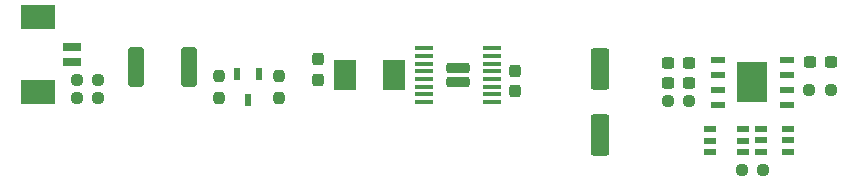
<source format=gbr>
%TF.GenerationSoftware,KiCad,Pcbnew,(6.0.6-0)*%
%TF.CreationDate,2022-09-10T00:16:47-07:00*%
%TF.ProjectId,Battery Extension PCB,42617474-6572-4792-9045-7874656e7369,rev?*%
%TF.SameCoordinates,Original*%
%TF.FileFunction,Paste,Top*%
%TF.FilePolarity,Positive*%
%FSLAX46Y46*%
G04 Gerber Fmt 4.6, Leading zero omitted, Abs format (unit mm)*
G04 Created by KiCad (PCBNEW (6.0.6-0)) date 2022-09-10 00:16:47*
%MOMM*%
%LPD*%
G01*
G04 APERTURE LIST*
G04 Aperture macros list*
%AMRoundRect*
0 Rectangle with rounded corners*
0 $1 Rounding radius*
0 $2 $3 $4 $5 $6 $7 $8 $9 X,Y pos of 4 corners*
0 Add a 4 corners polygon primitive as box body*
4,1,4,$2,$3,$4,$5,$6,$7,$8,$9,$2,$3,0*
0 Add four circle primitives for the rounded corners*
1,1,$1+$1,$2,$3*
1,1,$1+$1,$4,$5*
1,1,$1+$1,$6,$7*
1,1,$1+$1,$8,$9*
0 Add four rect primitives between the rounded corners*
20,1,$1+$1,$2,$3,$4,$5,0*
20,1,$1+$1,$4,$5,$6,$7,0*
20,1,$1+$1,$6,$7,$8,$9,0*
20,1,$1+$1,$8,$9,$2,$3,0*%
G04 Aperture macros list end*
%ADD10R,1.072009X0.532004*%
%ADD11RoundRect,0.237500X-0.300000X-0.237500X0.300000X-0.237500X0.300000X0.237500X-0.300000X0.237500X0*%
%ADD12R,3.000000X2.100000*%
%ADD13R,1.600000X0.800000*%
%ADD14RoundRect,0.237500X-0.250000X-0.237500X0.250000X-0.237500X0.250000X0.237500X-0.250000X0.237500X0*%
%ADD15RoundRect,0.250000X-0.400000X-1.450000X0.400000X-1.450000X0.400000X1.450000X-0.400000X1.450000X0*%
%ADD16R,1.000000X0.550013*%
%ADD17RoundRect,0.237500X0.237500X-0.300000X0.237500X0.300000X-0.237500X0.300000X-0.237500X-0.300000X0*%
%ADD18R,1.900000X2.500000*%
%ADD19RoundRect,0.237500X-0.237500X0.300000X-0.237500X-0.300000X0.237500X-0.300000X0.237500X0.300000X0*%
%ADD20RoundRect,0.237500X0.237500X-0.250000X0.237500X0.250000X-0.237500X0.250000X-0.237500X-0.250000X0*%
%ADD21R,1.200000X0.600000*%
%ADD22R,2.500000X3.499873*%
%ADD23RoundRect,0.237500X0.300000X0.237500X-0.300000X0.237500X-0.300000X-0.237500X0.300000X-0.237500X0*%
%ADD24RoundRect,0.250000X0.550000X-1.500000X0.550000X1.500000X-0.550000X1.500000X-0.550000X-1.500000X0*%
%ADD25RoundRect,0.100000X-0.687500X-0.100000X0.687500X-0.100000X0.687500X0.100000X-0.687500X0.100000X0*%
%ADD26RoundRect,0.232500X-0.757500X-0.232500X0.757500X-0.232500X0.757500X0.232500X-0.757500X0.232500X0*%
%ADD27RoundRect,0.237500X0.250000X0.237500X-0.250000X0.237500X-0.250000X-0.237500X0.250000X-0.237500X0*%
%ADD28RoundRect,0.237500X-0.237500X0.250000X-0.237500X-0.250000X0.237500X-0.250000X0.237500X0.250000X0*%
%ADD29R,0.532004X1.037490*%
G04 APERTURE END LIST*
D10*
%TO.C,U6*%
X133451600Y-75925676D03*
X133451600Y-76875638D03*
X133451600Y-77825600D03*
X135749796Y-77825600D03*
X135749796Y-76875638D03*
X135749796Y-75925676D03*
%TD*%
D11*
%TO.C,C5*%
X125578700Y-70358000D03*
X127303700Y-70358000D03*
%TD*%
D12*
%TO.C,U1*%
X72229676Y-66420994D03*
X72229676Y-72771006D03*
D13*
X75129600Y-68970905D03*
X75129600Y-70221095D03*
%TD*%
D14*
%TO.C,R7*%
X137532442Y-72623807D03*
X139357442Y-72623807D03*
%TD*%
D15*
%TO.C,F1*%
X80528200Y-70662800D03*
X84978200Y-70662800D03*
%TD*%
D14*
%TO.C,R2*%
X75492600Y-71729600D03*
X77317600Y-71729600D03*
%TD*%
D16*
%TO.C,U3*%
X129085847Y-75938123D03*
X129085847Y-76888085D03*
X129085847Y-77838047D03*
X131885949Y-77838047D03*
X131885949Y-76888085D03*
X131885949Y-75938123D03*
%TD*%
D17*
%TO.C,C3*%
X112623600Y-72693700D03*
X112623600Y-70968700D03*
%TD*%
D14*
%TO.C,R5*%
X131812706Y-79391539D03*
X133637706Y-79391539D03*
%TD*%
D18*
%TO.C,U7*%
X98229162Y-71374000D03*
X102329238Y-71374000D03*
%TD*%
D19*
%TO.C,C2*%
X95910400Y-70003500D03*
X95910400Y-71728500D03*
%TD*%
D20*
%TO.C,R3*%
X92608400Y-73251700D03*
X92608400Y-71426700D03*
%TD*%
D21*
%TO.C,U5*%
X135612848Y-73868411D03*
X135612848Y-72598408D03*
X135612848Y-71328406D03*
X135612848Y-70058403D03*
X129796236Y-70058403D03*
X129796236Y-71328406D03*
X129796236Y-72598408D03*
X129796236Y-73868411D03*
D22*
X132704542Y-71963407D03*
%TD*%
D23*
%TO.C,C1*%
X139343300Y-70256400D03*
X137618300Y-70256400D03*
%TD*%
D24*
%TO.C,C6*%
X119837200Y-76415200D03*
X119837200Y-70815200D03*
%TD*%
D23*
%TO.C,C4*%
X127303700Y-71983600D03*
X125578700Y-71983600D03*
%TD*%
D25*
%TO.C,U4*%
X110635279Y-69067512D03*
X110635279Y-69717512D03*
X110635279Y-70367512D03*
X110635279Y-71017512D03*
X110635279Y-71667512D03*
X110635279Y-72317512D03*
X110635279Y-72967512D03*
X110635279Y-73617512D03*
X104910279Y-73617512D03*
X104910279Y-72967512D03*
X104910279Y-72317512D03*
X104910279Y-71667512D03*
X104910279Y-71017512D03*
X104910279Y-70367512D03*
X104910279Y-69717512D03*
X104910279Y-69067512D03*
D26*
X107772779Y-70762512D03*
X107772779Y-71922512D03*
%TD*%
D27*
%TO.C,R1*%
X77317600Y-73304400D03*
X75492600Y-73304400D03*
%TD*%
D28*
%TO.C,R4*%
X87528400Y-71426700D03*
X87528400Y-73251700D03*
%TD*%
D14*
%TO.C,R8*%
X125528700Y-73558400D03*
X127353700Y-73558400D03*
%TD*%
D29*
%TO.C,U2*%
X90967562Y-71288654D03*
X89067638Y-71288654D03*
X90017600Y-73491346D03*
%TD*%
M02*

</source>
